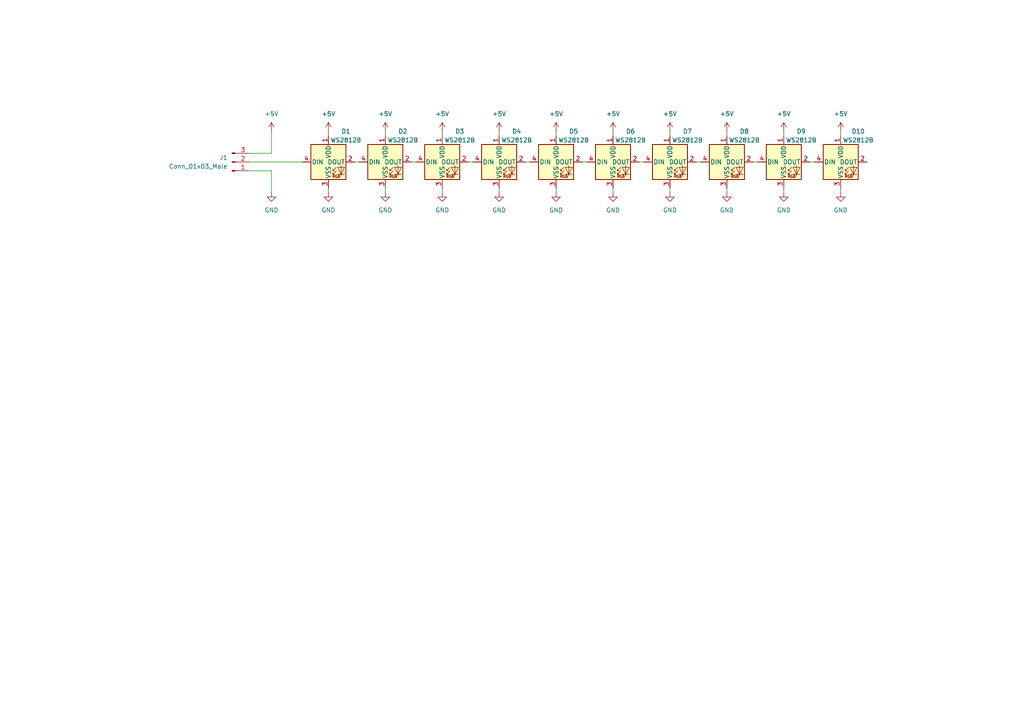
<source format=kicad_sch>
(kicad_sch (version 20230121) (generator eeschema)
  (paper "A4")
  (title_block (title "FabLight LED") (date "2023-03-22") (rev "1") (company "RLKM UG"))
  (lib_symbols
    (symbol "Connector:Conn_01x03_Male" (pin_names (offset 1.016) hide)
      (property "Reference" "J" (at 0 5.08 0))
      (property "Value" "Conn_01x03_Male" (at 0 -5.08 0))
      (symbol "Conn_01x03_Male_1_1"
        (polyline (pts (xy 1.27 -2.54) (xy 0.8636 -2.54)) (stroke (width 0.1524)))
        (polyline (pts (xy 1.27 0) (xy 0.8636 0)) (stroke (width 0.1524)))
        (polyline (pts (xy 1.27 2.54) (xy 0.8636 2.54)) (stroke (width 0.1524)))
        (rectangle (start 0.8636 -2.413) (end 0 -2.667) (stroke (width 0.1524)) (fill (type outline)))
        (rectangle (start 0.8636 0.127) (end 0 -0.127) (stroke (width 0.1524)) (fill (type outline)))
        (rectangle (start 0.8636 2.667) (end 0 2.413) (stroke (width 0.1524)) (fill (type outline)))
        (pin passive line (at 5.08 2.54 180) (length 3.81) (name "Pin_1") (number "1"))
        (pin passive line (at 5.08 0 180) (length 3.81) (name "Pin_2") (number "2"))
        (pin passive line (at 5.08 -2.54 180) (length 3.81) (name "Pin_3") (number "3"))
      )
    )
    (symbol "LED:WS2812B" (pin_names (offset 0.254))
      (property "Reference" "D" (at 5.08 5.715 0))
      (property "Value" "WS2812B" (at 1.27 -5.715 0))
      (symbol "WS2812B_0_0"
        (text "RGB" (at 2.286 -4.191 0) (effects (font (size 0.762 0.762))))
      )
      (symbol "WS2812B_0_1"
        (polyline (pts (xy 1.27 -3.556) (xy 1.778 -3.556)))
        (polyline (pts (xy 1.27 -2.54) (xy 1.778 -2.54)))
        (polyline (pts (xy 4.699 -3.556) (xy 2.667 -3.556)))
        (polyline (pts (xy 2.286 -2.54) (xy 1.27 -3.556) (xy 1.27 -3.048)))
        (polyline (pts (xy 2.286 -1.524) (xy 1.27 -2.54) (xy 1.27 -2.032)))
        (polyline (pts (xy 3.683 -1.016) (xy 3.683 -3.556) (xy 3.683 -4.064)))
        (polyline (pts (xy 4.699 -1.524) (xy 2.667 -1.524) (xy 3.683 -3.556) (xy 4.699 -1.524)))
        (rectangle (start 5.08 5.08) (end -5.08 -5.08) (stroke (width 0.254)) (fill (type background)))
      )
      (symbol "WS2812B_1_1"
        (pin power_in line (at 0 7.62 270) (length 2.54) (name "VDD") (number "1"))
        (pin output line (at 7.62 0 180) (length 2.54) (name "DOUT") (number "2"))
        (pin power_in line (at 0 -7.62 90) (length 2.54) (name "VSS") (number "3"))
        (pin input line (at -7.62 0 0) (length 2.54) (name "DIN") (number "4"))
      )
    )
    (symbol "power:+5V" (power) (pin_names (offset 0))
      (property "Value" "+5V" (at 0 3.556 0))
      (symbol "+5V_0_1"
        (polyline (pts (xy -0.762 1.27) (xy 0 2.54)))
        (polyline (pts (xy 0 0) (xy 0 2.54)))
        (polyline (pts (xy 0 2.54) (xy 0.762 1.27)))
      )
      (symbol "+5V_1_1"
        (pin power_in line (at 0 0 90) (length 0) hide (name "+5V") (number "1"))
      )
    )
    (symbol "power:GND" (power) (pin_names (offset 0))
      (property "Value" "GND" (at 0 -3.81 0))
      (symbol "GND_0_1"
        (polyline (pts (xy 0 0) (xy 0 -1.27) (xy 1.27 -1.27) (xy 0 -2.54) (xy -1.27 -1.27) (xy 0 -1.27)))
      )
      (symbol "GND_1_1"
        (pin power_in line (at 0 0 270) (length 0) hide (name "GND") (number "1"))
      )
    )
  )
  (wire (pts (xy 111.76 38.1) (xy 111.76 39.37)))
  (wire (pts (xy 78.74 44.45) (xy 78.74 38.1)))
  (wire (pts (xy 234.95 46.99) (xy 236.22 46.99)))
  (wire (pts (xy 72.39 49.53) (xy 78.74 49.53)))
  (wire (pts (xy 135.89 46.99) (xy 137.16 46.99)))
  (wire (pts (xy 144.78 38.1) (xy 144.78 39.37)))
  (wire (pts (xy 243.84 54.61) (xy 243.84 55.88)))
  (wire (pts (xy 218.44 46.99) (xy 219.71 46.99)))
  (wire (pts (xy 201.93 46.99) (xy 203.2 46.99)))
  (wire (pts (xy 95.25 38.1) (xy 95.25 39.37)))
  (wire (pts (xy 161.29 54.61) (xy 161.29 55.88)))
  (wire (pts (xy 210.82 54.61) (xy 210.82 55.88)))
  (wire (pts (xy 78.74 55.88) (xy 78.74 49.53)))
  (wire (pts (xy 177.8 38.1) (xy 177.8 39.37)))
  (wire (pts (xy 102.87 46.99) (xy 104.14 46.99)))
  (wire (pts (xy 95.25 54.61) (xy 95.25 55.88)))
  (wire (pts (xy 168.91 46.99) (xy 170.18 46.99)))
  (wire (pts (xy 227.33 54.61) (xy 227.33 55.88)))
  (wire (pts (xy 243.84 38.1) (xy 243.84 39.37)))
  (wire (pts (xy 111.76 54.61) (xy 111.76 55.88)))
  (wire (pts (xy 152.4 46.99) (xy 153.67 46.99)))
  (wire (pts (xy 144.78 54.61) (xy 144.78 55.88)))
  (wire (pts (xy 72.39 44.45) (xy 78.74 44.45)))
  (wire (pts (xy 72.39 46.99) (xy 87.63 46.99)))
  (wire (pts (xy 177.8 54.61) (xy 177.8 55.88)))
  (wire (pts (xy 194.31 54.61) (xy 194.31 55.88)))
  (wire (pts (xy 161.29 38.1) (xy 161.29 39.37)))
  (wire (pts (xy 128.27 38.1) (xy 128.27 39.37)))
  (wire (pts (xy 210.82 38.1) (xy 210.82 39.37)))
  (wire (pts (xy 128.27 54.61) (xy 128.27 55.88)))
  (wire (pts (xy 119.38 46.99) (xy 120.65 46.99)))
  (wire (pts (xy 227.33 38.1) (xy 227.33 39.37)))
  (wire (pts (xy 194.31 38.1) (xy 194.31 39.37)))
  (wire (pts (xy 185.42 46.99) (xy 186.69 46.99)))
  (symbol (lib_id "LED:WS2812B") (at 95.25 46.99 0) (unit 1)
    (property "Reference" "D1" (at 100.33 38.1 0))
    (property "Value" "WS2812B" (at 100.33 40.64 0))
    (property "Footprint" "LED_SMD:LED_WS2812B_PLCC4_5.0x5.0mm_P3.2mm" (effects hide))
    (property "Datasheet" "https://cdn-shop.adafruit.com/datasheets/WS2812B.pdf" (effects hide))
  )
  (symbol (lib_id "LED:WS2812B") (at 210.82 46.99 0) (unit 1)
    (property "Reference" "D8" (at 215.9 38.1 0))
    (property "Value" "WS2812B" (at 215.9 40.64 0))
    (property "Footprint" "LED_SMD:LED_WS2812B_PLCC4_5.0x5.0mm_P3.2mm" (effects hide))
    (property "Datasheet" "https://cdn-shop.adafruit.com/datasheets/WS2812B.pdf" (effects hide))
  )
  (symbol (lib_id "power:GND") (at 210.82 55.88 0) (unit 1)
    (property "Reference" "#PWR0118" (effects hide))
    (property "Value" "GND" (at 210.82 60.96 0))
  )
  (symbol (lib_id "power:GND") (at 161.29 55.88 0) (unit 1)
    (property "Reference" "#PWR0113" (effects hide))
    (property "Value" "GND" (at 161.29 60.96 0))
  )
  (symbol (lib_id "power:GND") (at 144.78 55.88 0) (unit 1)
    (property "Reference" "#PWR0112" (effects hide))
    (property "Value" "GND" (at 144.78 60.96 0))
  )
  (symbol (lib_id "power:GND") (at 227.33 55.88 0) (unit 1)
    (property "Reference" "#PWR0120" (effects hide))
    (property "Value" "GND" (at 227.33 60.96 0))
  )
  (symbol (lib_id "power:GND") (at 243.84 55.88 0) (unit 1)
    (property "Reference" "#PWR0122" (effects hide))
    (property "Value" "GND" (at 243.84 60.96 0))
  )
  (symbol (lib_id "LED:WS2812B") (at 111.76 46.99 0) (unit 1)
    (property "Reference" "D2" (at 116.84 38.1 0))
    (property "Value" "WS2812B" (at 116.84 40.64 0))
    (property "Footprint" "LED_SMD:LED_WS2812B_PLCC4_5.0x5.0mm_P3.2mm" (effects hide))
    (property "Datasheet" "https://cdn-shop.adafruit.com/datasheets/WS2812B.pdf" (effects hide))
  )
  (symbol (lib_id "power:+5V") (at 95.25 38.1 0) (unit 1)
    (property "Reference" "#PWR0106" (effects hide))
    (property "Value" "+5V" (at 95.25 33.02 0))
  )
  (symbol (lib_id "power:+5V") (at 78.74 38.1 0) (unit 1)
    (property "Reference" "#PWR0101" (effects hide))
    (property "Value" "+5V" (at 78.74 33.02 0))
  )
  (symbol (lib_id "LED:WS2812B") (at 227.33 46.99 0) (unit 1)
    (property "Reference" "D9" (at 232.41 38.1 0))
    (property "Value" "WS2812B" (at 232.41 40.64 0))
    (property "Footprint" "LED_SMD:LED_WS2812B_PLCC4_5.0x5.0mm_P3.2mm" (effects hide))
    (property "Datasheet" "https://cdn-shop.adafruit.com/datasheets/WS2812B.pdf" (effects hide))
  )
  (symbol (lib_id "power:+5V") (at 128.27 38.1 0) (unit 1)
    (property "Reference" "#PWR0107" (effects hide))
    (property "Value" "+5V" (at 128.27 33.02 0))
  )
  (symbol (lib_id "power:+5V") (at 111.76 38.1 0) (unit 1)
    (property "Reference" "#PWR0102" (effects hide))
    (property "Value" "+5V" (at 111.76 33.02 0))
  )
  (symbol (lib_id "LED:WS2812B") (at 194.31 46.99 0) (unit 1)
    (property "Reference" "D7" (at 199.39 38.1 0))
    (property "Value" "WS2812B" (at 199.39 40.64 0))
    (property "Footprint" "LED_SMD:LED_WS2812B_PLCC4_5.0x5.0mm_P3.2mm" (effects hide))
    (property "Datasheet" "https://cdn-shop.adafruit.com/datasheets/WS2812B.pdf" (effects hide))
  )
  (symbol (lib_id "power:+5V") (at 144.78 38.1 0) (unit 1)
    (property "Reference" "#PWR0108" (effects hide))
    (property "Value" "+5V" (at 144.78 33.02 0))
  )
  (symbol (lib_id "LED:WS2812B") (at 177.8 46.99 0) (unit 1)
    (property "Reference" "D6" (at 182.88 38.1 0))
    (property "Value" "WS2812B" (at 182.88 40.64 0))
    (property "Footprint" "LED_SMD:LED_WS2812B_PLCC4_5.0x5.0mm_P3.2mm" (effects hide))
    (property "Datasheet" "https://cdn-shop.adafruit.com/datasheets/WS2812B.pdf" (effects hide))
  )
  (symbol (lib_id "power:GND") (at 78.74 55.88 0) (unit 1)
    (property "Reference" "#PWR0105" (effects hide))
    (property "Value" "GND" (at 78.74 60.96 0))
  )
  (symbol (lib_id "power:+5V") (at 161.29 38.1 0) (unit 1)
    (property "Reference" "#PWR0109" (effects hide))
    (property "Value" "+5V" (at 161.29 33.02 0))
  )
  (symbol (lib_id "power:+5V") (at 177.8 38.1 0) (unit 1)
    (property "Reference" "#PWR0110" (effects hide))
    (property "Value" "+5V" (at 177.8 33.02 0))
  )
  (symbol (lib_id "LED:WS2812B") (at 243.84 46.99 0) (unit 1)
    (property "Reference" "D10" (at 248.92 38.1 0))
    (property "Value" "WS2812B" (at 248.92 40.64 0))
    (property "Footprint" "LED_SMD:LED_WS2812B_PLCC4_5.0x5.0mm_P3.2mm" (effects hide))
    (property "Datasheet" "https://cdn-shop.adafruit.com/datasheets/WS2812B.pdf" (effects hide))
  )
  (symbol (lib_id "LED:WS2812B") (at 161.29 46.99 0) (unit 1)
    (property "Reference" "D5" (at 166.37 38.1 0))
    (property "Value" "WS2812B" (at 166.37 40.64 0))
    (property "Footprint" "LED_SMD:LED_WS2812B_PLCC4_5.0x5.0mm_P3.2mm" (effects hide))
    (property "Datasheet" "https://cdn-shop.adafruit.com/datasheets/WS2812B.pdf" (effects hide))
  )
  (symbol (lib_id "LED:WS2812B") (at 144.78 46.99 0) (unit 1)
    (property "Reference" "D4" (at 149.86 38.1 0))
    (property "Value" "WS2812B" (at 149.86 40.64 0))
    (property "Footprint" "LED_SMD:LED_WS2812B_PLCC4_5.0x5.0mm_P3.2mm" (effects hide))
    (property "Datasheet" "https://cdn-shop.adafruit.com/datasheets/WS2812B.pdf" (effects hide))
  )
  (symbol (lib_id "Connector:Conn_01x03_Male") (at 67.31 46.99 0) (mirror x) (unit 1)
    (property "Reference" "J1" (at 66.04 45.7199 0) (effects (justify right)))
    (property "Value" "Conn_01x03_Male" (at 66.04 48.2599 0) (effects (justify right)))
    (property "Footprint" "KYOCERA:009155003541006-Pad" (effects hide))
  )
  (symbol (lib_id "power:GND") (at 95.25 55.88 0) (unit 1)
    (property "Reference" "#PWR0104" (effects hide))
    (property "Value" "GND" (at 95.25 60.96 0))
  )
  (symbol (lib_id "power:GND") (at 177.8 55.88 0) (unit 1)
    (property "Reference" "#PWR0114" (effects hide))
    (property "Value" "GND" (at 177.8 60.96 0))
  )
  (symbol (lib_id "power:GND") (at 128.27 55.88 0) (unit 1)
    (property "Reference" "#PWR0111" (effects hide))
    (property "Value" "GND" (at 128.27 60.96 0))
  )
  (symbol (lib_id "power:+5V") (at 210.82 38.1 0) (unit 1)
    (property "Reference" "#PWR0117" (effects hide))
    (property "Value" "+5V" (at 210.82 33.02 0))
  )
  (symbol (lib_id "power:+5V") (at 194.31 38.1 0) (unit 1)
    (property "Reference" "#PWR0115" (effects hide))
    (property "Value" "+5V" (at 194.31 33.02 0))
  )
  (symbol (lib_id "power:GND") (at 111.76 55.88 0) (unit 1)
    (property "Reference" "#PWR0103" (effects hide))
    (property "Value" "GND" (at 111.76 60.96 0))
  )
  (symbol (lib_id "LED:WS2812B") (at 128.27 46.99 0) (unit 1)
    (property "Reference" "D3" (at 133.35 38.1 0))
    (property "Value" "WS2812B" (at 133.35 40.64 0))
    (property "Footprint" "LED_SMD:LED_WS2812B_PLCC4_5.0x5.0mm_P3.2mm" (effects hide))
    (property "Datasheet" "https://cdn-shop.adafruit.com/datasheets/WS2812B.pdf" (effects hide))
  )
  (symbol (lib_id "power:+5V") (at 243.84 38.1 0) (unit 1)
    (property "Reference" "#PWR0121" (effects hide))
    (property "Value" "+5V" (at 243.84 33.02 0))
  )
  (symbol (lib_id "power:GND") (at 194.31 55.88 0) (unit 1)
    (property "Reference" "#PWR0116" (effects hide))
    (property "Value" "GND" (at 194.31 60.96 0))
  )
  (symbol (lib_id "power:+5V") (at 227.33 38.1 0) (unit 1)
    (property "Reference" "#PWR0119" (effects hide))
    (property "Value" "+5V" (at 227.33 33.02 0))
  )
)
</source>
